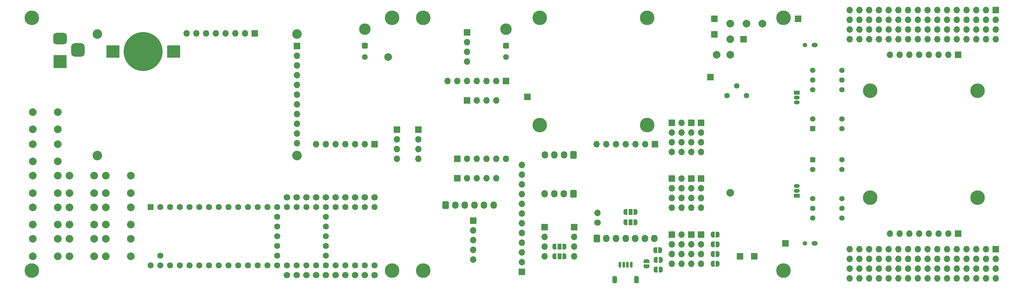
<source format=gbr>
%TF.GenerationSoftware,KiCad,Pcbnew,6.0.2+dfsg-1*%
%TF.CreationDate,2023-07-10T21:47:24-06:00*%
%TF.ProjectId,SpectDrone,53706563-7444-4726-9f6e-652e6b696361,rev?*%
%TF.SameCoordinates,PXd18240cPY697af44*%
%TF.FileFunction,Soldermask,Top*%
%TF.FilePolarity,Negative*%
%FSLAX46Y46*%
G04 Gerber Fmt 4.6, Leading zero omitted, Abs format (unit mm)*
G04 Created by KiCad (PCBNEW 6.0.2+dfsg-1) date 2023-07-10 21:47:24*
%MOMM*%
%LPD*%
G01*
G04 APERTURE LIST*
G04 Aperture macros list*
%AMRoundRect*
0 Rectangle with rounded corners*
0 $1 Rounding radius*
0 $2 $3 $4 $5 $6 $7 $8 $9 X,Y pos of 4 corners*
0 Add a 4 corners polygon primitive as box body*
4,1,4,$2,$3,$4,$5,$6,$7,$8,$9,$2,$3,0*
0 Add four circle primitives for the rounded corners*
1,1,$1+$1,$2,$3*
1,1,$1+$1,$4,$5*
1,1,$1+$1,$6,$7*
1,1,$1+$1,$8,$9*
0 Add four rect primitives between the rounded corners*
20,1,$1+$1,$2,$3,$4,$5,0*
20,1,$1+$1,$4,$5,$6,$7,0*
20,1,$1+$1,$6,$7,$8,$9,0*
20,1,$1+$1,$8,$9,$2,$3,0*%
%AMFreePoly0*
4,1,22,0.500000,-0.750000,0.000000,-0.750000,0.000000,-0.745033,-0.079941,-0.743568,-0.215256,-0.701293,-0.333266,-0.622738,-0.424486,-0.514219,-0.481581,-0.384460,-0.499164,-0.250000,-0.500000,-0.250000,-0.500000,0.250000,-0.499164,0.250000,-0.499963,0.256109,-0.478152,0.396186,-0.417904,0.524511,-0.324060,0.630769,-0.204165,0.706417,-0.067858,0.745374,0.000000,0.744959,0.000000,0.750000,
0.500000,0.750000,0.500000,-0.750000,0.500000,-0.750000,$1*%
%AMFreePoly1*
4,1,20,0.000000,0.744959,0.073905,0.744508,0.209726,0.703889,0.328688,0.626782,0.421226,0.519385,0.479903,0.390333,0.500000,0.250000,0.500000,-0.250000,0.499851,-0.262216,0.476331,-0.402017,0.414519,-0.529596,0.319384,-0.634700,0.198574,-0.708877,0.061801,-0.746166,0.000000,-0.745033,0.000000,-0.750000,-0.500000,-0.750000,-0.500000,0.750000,0.000000,0.750000,0.000000,0.744959,
0.000000,0.744959,$1*%
%AMFreePoly2*
4,1,22,0.550000,-0.750000,0.000000,-0.750000,0.000000,-0.745033,-0.079941,-0.743568,-0.215256,-0.701293,-0.333266,-0.622738,-0.424486,-0.514219,-0.481581,-0.384460,-0.499164,-0.250000,-0.500000,-0.250000,-0.500000,0.250000,-0.499164,0.250000,-0.499963,0.256109,-0.478152,0.396186,-0.417904,0.524511,-0.324060,0.630769,-0.204165,0.706417,-0.067858,0.745374,0.000000,0.744959,0.000000,0.750000,
0.550000,0.750000,0.550000,-0.750000,0.550000,-0.750000,$1*%
%AMFreePoly3*
4,1,20,0.000000,0.744959,0.073905,0.744508,0.209726,0.703889,0.328688,0.626782,0.421226,0.519385,0.479903,0.390333,0.500000,0.250000,0.500000,-0.250000,0.499851,-0.262216,0.476331,-0.402017,0.414519,-0.529596,0.319384,-0.634700,0.198574,-0.708877,0.061801,-0.746166,0.000000,-0.745033,0.000000,-0.750000,-0.550000,-0.750000,-0.550000,0.750000,0.000000,0.750000,0.000000,0.744959,
0.000000,0.744959,$1*%
G04 Aperture macros list end*
%ADD10C,2.600000*%
%ADD11C,3.800000*%
%ADD12C,2.500000*%
%ADD13C,1.700000*%
%ADD14R,1.700000X1.700000*%
%ADD15O,1.700000X1.700000*%
%ADD16R,3.500000X3.300000*%
%ADD17C,10.200000*%
%ADD18RoundRect,0.249900X-0.450100X-0.450100X0.450100X-0.450100X0.450100X0.450100X-0.450100X0.450100X0*%
%ADD19C,1.400000*%
%ADD20FreePoly0,90.000000*%
%ADD21FreePoly1,90.000000*%
%ADD22RoundRect,0.150000X-0.150000X-0.625000X0.150000X-0.625000X0.150000X0.625000X-0.150000X0.625000X0*%
%ADD23RoundRect,0.250000X-0.350000X-0.650000X0.350000X-0.650000X0.350000X0.650000X-0.350000X0.650000X0*%
%ADD24FreePoly2,180.000000*%
%ADD25R,1.000000X1.500000*%
%ADD26FreePoly3,180.000000*%
%ADD27FreePoly0,180.000000*%
%ADD28FreePoly1,180.000000*%
%ADD29C,1.440000*%
%ADD30FreePoly2,0.000000*%
%ADD31FreePoly3,0.000000*%
%ADD32O,1.600000X1.200000*%
%ADD33O,1.200000X1.200000*%
%ADD34R,1.500000X1.050000*%
%ADD35O,1.500000X1.050000*%
%ADD36FreePoly0,0.000000*%
%ADD37FreePoly1,0.000000*%
%ADD38C,2.000000*%
%ADD39RoundRect,0.250000X0.600000X0.725000X-0.600000X0.725000X-0.600000X-0.725000X0.600000X-0.725000X0*%
%ADD40O,1.700000X1.950000*%
%ADD41C,1.600000*%
%ADD42R,1.600000X1.600000*%
%ADD43RoundRect,0.250000X-0.600000X-0.725000X0.600000X-0.725000X0.600000X0.725000X-0.600000X0.725000X0*%
%ADD44R,3.500000X3.500000*%
%ADD45RoundRect,0.750000X-1.000000X0.750000X-1.000000X-0.750000X1.000000X-0.750000X1.000000X0.750000X0*%
%ADD46RoundRect,0.875000X-0.875000X0.875000X-0.875000X-0.875000X0.875000X-0.875000X0.875000X0.875000X0*%
%ADD47C,3.000000*%
%ADD48RoundRect,0.250001X0.499999X0.499999X-0.499999X0.499999X-0.499999X-0.499999X0.499999X-0.499999X0*%
%ADD49C,1.500000*%
G04 APERTURE END LIST*
D10*
%TO.C,H8*%
X22677600Y13999800D03*
D11*
X22677600Y13999800D03*
%TD*%
D12*
%TO.C,H17*%
X-126905300Y28753000D03*
%TD*%
D13*
%TO.C,JRX8*%
X-109195900Y-34175900D03*
%TD*%
%TO.C,JA17*%
X-126975900Y-34175900D03*
%TD*%
D14*
%TO.C,J1-2*%
X-24003000Y-9016949D03*
D15*
X-24003000Y-11556949D03*
X-24003000Y-14096949D03*
X-24003000Y-16636949D03*
X-26503000Y-16636949D03*
X-26503000Y-14096949D03*
X-26503000Y-11556949D03*
X-26503000Y-9016949D03*
%TD*%
D16*
%TO.C,BT1*%
X-159080900Y24244100D03*
X-174880900Y24244100D03*
D17*
X-166980900Y24244100D03*
%TD*%
D18*
%TO.C,U2*%
X7620000Y-4064000D03*
D19*
X7620000Y-6604000D03*
X7620000Y-14224000D03*
X7620000Y-16764000D03*
X7620000Y-19304000D03*
X15240000Y-19304000D03*
X15240000Y-16764000D03*
X15240000Y-14224000D03*
X15240000Y-6604000D03*
X15240000Y-4064000D03*
%TD*%
D14*
%TO.C,JVIN1*%
X-10414000Y27432100D03*
%TD*%
D20*
%TO.C,JP8*%
X-35672000Y-31907000D03*
D21*
X-35672000Y-30607000D03*
%TD*%
D11*
%TO.C,H7*%
X50677600Y-14000200D03*
D10*
X50677600Y-14000200D03*
%TD*%
D13*
%TO.C,JRX7*%
X-116815900Y-13855900D03*
%TD*%
D11*
%TO.C,H14*%
X-196089300Y33020000D03*
D10*
X-196089300Y33020000D03*
%TD*%
D22*
%TO.C,J8*%
X-42649300Y-31528000D03*
X-41649300Y-31528000D03*
X-40649300Y-31528000D03*
X-39649300Y-31528000D03*
D23*
X-43949300Y-35403000D03*
X-38349300Y-35403000D03*
%TD*%
D24*
%TO.C,JP17*%
X-57121300Y-29337000D03*
D25*
X-58421300Y-29337000D03*
D26*
X-59721300Y-29337000D03*
%TD*%
D13*
%TO.C,JA16*%
X-124435900Y-34175900D03*
%TD*%
D14*
%TO.C,JAC1*%
X45552800Y-23398400D03*
D15*
X43012800Y-23398400D03*
X40472800Y-23398400D03*
X37932800Y-23398400D03*
X35392800Y-23398400D03*
X32852800Y-23398400D03*
X30312800Y-23398400D03*
X27772800Y-23398400D03*
%TD*%
D10*
%TO.C,H11*%
X-35560000Y5007100D03*
D11*
X-35560000Y5007100D03*
%TD*%
D10*
%TO.C,H4*%
X-93980000Y-33020000D03*
D11*
X-93980000Y-33020000D03*
%TD*%
D13*
%TO.C,J3V2*%
X-129515900Y-13855900D03*
%TD*%
D10*
%TO.C,H3*%
X-93980000Y33020000D03*
D11*
X-93980000Y33020000D03*
%TD*%
D14*
%TO.C,JAUX1*%
X-68199000Y-33337500D03*
D15*
X-68199000Y-30797500D03*
X-68199000Y-28257500D03*
X-68199000Y-25717500D03*
X-68199000Y-23177500D03*
X-68199000Y-20637500D03*
X-68199000Y-18097500D03*
X-68199000Y-15557500D03*
X-68199000Y-13017500D03*
X-68199000Y-10477500D03*
X-68199000Y-7937500D03*
X-68199000Y-5397500D03*
%TD*%
D13*
%TO.C,JA12*%
X-121895900Y-13855900D03*
%TD*%
D27*
%TO.C,JP4*%
X-17130000Y-31242000D03*
D28*
X-18430000Y-31242000D03*
%TD*%
D14*
%TO.C,JAPC1*%
X-29083446Y-9016949D03*
D15*
X-29083446Y-11556949D03*
X-29083446Y-14096949D03*
X-29083446Y-16636949D03*
%TD*%
D11*
%TO.C,H15*%
X-196057300Y-33020000D03*
D10*
X-196057300Y-33020000D03*
%TD*%
D14*
%TO.C,J3V3*%
X-66800000Y12380000D03*
%TD*%
%TO.C,J1-3*%
X-24003000Y-23621949D03*
D15*
X-24003000Y-26161949D03*
X-24003000Y-28701949D03*
X-24003000Y-31241949D03*
X-26503000Y-31241949D03*
X-26503000Y-28701949D03*
X-26503000Y-26161949D03*
X-26503000Y-23621949D03*
%TD*%
D13*
%TO.C,JRX3*%
X-111735900Y-13855900D03*
%TD*%
D24*
%TO.C,JP18*%
X-57121300Y-26797000D03*
D25*
X-58421300Y-26797000D03*
D26*
X-59721300Y-26797000D03*
%TD*%
D14*
%TO.C,J1-3-1*%
X-29083446Y-23621949D03*
D15*
X-29083446Y-26161949D03*
X-29083446Y-28701949D03*
X-29083446Y-31241949D03*
%TD*%
D10*
%TO.C,H9*%
X-63560000Y5007100D03*
D11*
X-63560000Y5007100D03*
%TD*%
D13*
%TO.C,CAN1*%
X-48489900Y-20459900D03*
D15*
X-48489900Y-17919900D03*
%TD*%
D11*
%TO.C,H6*%
X50677600Y13999800D03*
D10*
X50677600Y13999800D03*
%TD*%
%TO.C,H12*%
X-63560000Y33007100D03*
D11*
X-63560000Y33007100D03*
%TD*%
D10*
%TO.C,H13*%
X-102109300Y33020000D03*
D11*
X-102109300Y33020000D03*
%TD*%
D14*
%TO.C,JUT1*%
X-21463000Y-9016949D03*
D15*
X-21463000Y-11556949D03*
X-21463000Y-14096949D03*
X-21463000Y-16636949D03*
%TD*%
D13*
%TO.C,JTX3*%
X-109195900Y-13855900D03*
%TD*%
%TO.C,JA11*%
X-124435900Y-13855900D03*
%TD*%
D29*
%TO.C,RV1*%
X-9627900Y12687100D03*
X-12167900Y15227100D03*
X-14707900Y12687100D03*
%TD*%
D10*
%TO.C,H2*%
X0Y33020000D03*
D11*
X0Y33020000D03*
%TD*%
D30*
%TO.C,JP2*%
X-41153900Y-20407800D03*
D25*
X-39853900Y-20407800D03*
D31*
X-38553900Y-20407800D03*
%TD*%
D14*
%TO.C,JGPS1*%
X-80900000Y-20011000D03*
D15*
X-80900000Y-22551000D03*
X-80900000Y-25091000D03*
X-80900000Y-27631000D03*
X-80900000Y-30171000D03*
%TD*%
D32*
%TO.C,PD1*%
X8128000Y25908000D03*
D33*
X5588000Y25908000D03*
%TD*%
D14*
%TO.C,JA1*%
X-29083446Y5588051D03*
D15*
X-29083446Y3048051D03*
X-29083446Y508051D03*
X-29083446Y-2031949D03*
%TD*%
D13*
%TO.C,JTX8*%
X-111735900Y-34175900D03*
%TD*%
D27*
%TO.C,JP9*%
X-17130000Y-26162000D03*
D28*
X-18430000Y-26162000D03*
%TD*%
D34*
%TO.C,UT2*%
X3505200Y-13462000D03*
D35*
X3505200Y-12192000D03*
X3505200Y-10922000D03*
%TD*%
D10*
%TO.C,H10*%
X-35560000Y33007100D03*
D11*
X-35560000Y33007100D03*
%TD*%
D27*
%TO.C,JP3*%
X-17130000Y-23622000D03*
D28*
X-18430000Y-23622000D03*
%TD*%
D13*
%TO.C,JCK2*%
X-106655900Y-34175900D03*
%TD*%
%TO.C,JTX7*%
X-114275900Y-13855900D03*
%TD*%
D12*
%TO.C,H20*%
X-178905300Y28753000D03*
%TD*%
D14*
%TO.C,JD1*%
X-21463000Y5588051D03*
D15*
X-21463000Y3048051D03*
X-21463000Y508051D03*
X-21463000Y-2031949D03*
%TD*%
D13*
%TO.C,JSS1*%
X-119355900Y-34175900D03*
%TD*%
D12*
%TO.C,H18*%
X-126905300Y-2947000D03*
%TD*%
D30*
%TO.C,JP1*%
X-41153900Y-17740800D03*
D25*
X-39853900Y-17740800D03*
D31*
X-38553900Y-17740800D03*
%TD*%
D13*
%TO.C,JGND1*%
X-129515900Y-34175900D03*
%TD*%
D12*
%TO.C,H19*%
X-178905300Y-2947000D03*
%TD*%
D36*
%TO.C,JP7*%
X-33290300Y-30226000D03*
D37*
X-31990300Y-30226000D03*
%TD*%
D13*
%TO.C,JSS2*%
X-116815900Y-34175900D03*
%TD*%
%TO.C,JA13*%
X-119355900Y-13855900D03*
%TD*%
D10*
%TO.C,H5*%
X22677600Y-14000200D03*
D11*
X22677600Y-14000200D03*
%TD*%
D27*
%TO.C,JP10*%
X-17130000Y-28702000D03*
D28*
X-18430000Y-28702000D03*
%TD*%
D10*
%TO.C,H1*%
X0Y-33020000D03*
D11*
X0Y-33020000D03*
%TD*%
%TO.C,H16*%
X-102109300Y-33020000D03*
D10*
X-102109300Y-33020000D03*
%TD*%
D14*
%TO.C,J1-1*%
X-24004300Y5588000D03*
D15*
X-24004300Y3048000D03*
X-24004300Y508000D03*
X-24004300Y-2032000D03*
X-26504300Y-2032000D03*
X-26504300Y508000D03*
X-26504300Y3048000D03*
X-26504300Y5588000D03*
%TD*%
D13*
%TO.C,JSS3*%
X-114275900Y-34175900D03*
%TD*%
%TO.C,JOUT1*%
X-106655900Y-13855900D03*
%TD*%
D14*
%TO.C,J1-3-2*%
X-21463000Y-23621949D03*
D15*
X-21463000Y-26161949D03*
X-21463000Y-28701949D03*
X-21463000Y-31241949D03*
%TD*%
D13*
%TO.C,JA10*%
X-126975900Y-13855900D03*
%TD*%
D36*
%TO.C,JP5*%
X-33416000Y-27686000D03*
D37*
X-32116000Y-27686000D03*
%TD*%
D38*
%TO.C,TP4*%
X-103086300Y22733000D03*
%TD*%
D13*
%TO.C,JMISO1*%
X-121895900Y-34175900D03*
%TD*%
D36*
%TO.C,JP6*%
X-33289000Y-32766000D03*
D37*
X-31989000Y-32766000D03*
%TD*%
D38*
%TO.C,SW5*%
X-179764300Y-16510000D03*
X-186264300Y-16510000D03*
X-186264300Y-21010000D03*
X-179764300Y-21010000D03*
%TD*%
%TO.C,SW0*%
X-195796300Y0D03*
X-189296300Y0D03*
X-195796300Y-4500000D03*
X-189296300Y-4500000D03*
%TD*%
D14*
%TO.C,J7*%
X55372000Y-27432000D03*
D15*
X52832000Y-27432000D03*
X50292000Y-27432000D03*
X47752000Y-27432000D03*
X45212000Y-27432000D03*
X42672000Y-27432000D03*
X40132000Y-27432000D03*
X37592000Y-27432000D03*
X35052000Y-27432000D03*
X32512000Y-27432000D03*
X29972000Y-27432000D03*
X27432000Y-27432000D03*
X24892000Y-27432000D03*
X22352000Y-27432000D03*
X19812000Y-27432000D03*
X17272000Y-27432000D03*
X55372000Y-29972000D03*
X52832000Y-29972000D03*
X50292000Y-29972000D03*
X47752000Y-29972000D03*
X45212000Y-29972000D03*
X42672000Y-29972000D03*
X40132000Y-29972000D03*
X37592000Y-29972000D03*
X35052000Y-29972000D03*
X32512000Y-29972000D03*
X29972000Y-29972000D03*
X27432000Y-29972000D03*
X24892000Y-29972000D03*
X22352000Y-29972000D03*
X19812000Y-29972000D03*
X17272000Y-29972000D03*
X55372000Y-32512000D03*
X52832000Y-32512000D03*
X50292000Y-32512000D03*
X47752000Y-32512000D03*
X45212000Y-32512000D03*
X42672000Y-32512000D03*
X40132000Y-32512000D03*
X37592000Y-32512000D03*
X35052000Y-32512000D03*
X32512000Y-32512000D03*
X29972000Y-32512000D03*
X27432000Y-32512000D03*
X24892000Y-32512000D03*
X22352000Y-32512000D03*
X19812000Y-32512000D03*
X17272000Y-32512000D03*
X55372000Y-35052000D03*
X52832000Y-35052000D03*
X50292000Y-35052000D03*
X47752000Y-35052000D03*
X45212000Y-35052000D03*
X42672000Y-35052000D03*
X40132000Y-35052000D03*
X37592000Y-35052000D03*
X35052000Y-35052000D03*
X32512000Y-35052000D03*
X29972000Y-35052000D03*
X27432000Y-35052000D03*
X24892000Y-35052000D03*
X22352000Y-35052000D03*
X19812000Y-35052000D03*
X17272000Y-35052000D03*
%TD*%
D38*
%TO.C,SW2*%
X-186264300Y-8255000D03*
X-179764300Y-8255000D03*
X-179764300Y-12755000D03*
X-186264300Y-12755000D03*
%TD*%
D14*
%TO.C,J5-1*%
X-85090000Y-3810000D03*
D15*
X-82550000Y-3810000D03*
X-80010000Y-3810000D03*
X-77470000Y-3810000D03*
X-74930000Y-3810000D03*
X-72390000Y-3810000D03*
%TD*%
D14*
%TO.C,J3V1-1*%
X-19051300Y17526000D03*
%TD*%
D38*
%TO.C,SW9*%
X-189289300Y-24765000D03*
X-195789300Y-24765000D03*
X-189289300Y-29265000D03*
X-195789300Y-29265000D03*
%TD*%
%TO.C,TP1*%
X-13843000Y31496000D03*
%TD*%
D14*
%TO.C,JAPC-1*%
X-33528000Y-12900D03*
D15*
X-36068000Y-12900D03*
X-38608000Y-12900D03*
X-41148000Y-12900D03*
X-43688000Y-12900D03*
X-46228000Y-12900D03*
X-48768000Y-12900D03*
%TD*%
D14*
%TO.C,J5V3-1*%
X-18035300Y32766000D03*
%TD*%
%TO.C,JI2C3v-1*%
X-54610000Y-21711600D03*
D15*
X-54610000Y-24251600D03*
X-54610000Y-26791600D03*
X-54610000Y-29331600D03*
%TD*%
D38*
%TO.C,TP5v0-1*%
X-17400300Y23368000D03*
%TD*%
D34*
%TO.C,UT1*%
X3505200Y13462000D03*
D35*
X3505200Y12192000D03*
X3505200Y10922000D03*
%TD*%
D39*
%TO.C,JCAM2*%
X-54737000Y-12954000D03*
D40*
X-57237000Y-12954000D03*
X-59737000Y-12954000D03*
X-62237000Y-12954000D03*
%TD*%
D38*
%TO.C,TP2*%
X-9653300Y31496000D03*
%TD*%
D14*
%TO.C,J3V0-1*%
X-7620000Y-29337000D03*
%TD*%
D41*
%TO.C,U7*%
X-132055900Y-18935900D03*
X-132055900Y-21475900D03*
X-132055900Y-24015900D03*
X-132055900Y-26555900D03*
X-132055900Y-29095900D03*
D42*
X-165075900Y-16395900D03*
D41*
X-162535900Y-16395900D03*
X-159995900Y-16395900D03*
X-157455900Y-16395900D03*
X-154915900Y-16395900D03*
X-152375900Y-16395900D03*
X-149835900Y-16395900D03*
X-147295900Y-16395900D03*
X-144755900Y-16395900D03*
X-142215900Y-16395900D03*
X-139675900Y-16395900D03*
X-137135900Y-16395900D03*
X-134595900Y-16395900D03*
X-132055900Y-16395900D03*
X-129515900Y-16395900D03*
X-126975900Y-16395900D03*
X-124435900Y-16395900D03*
X-121895900Y-16395900D03*
X-119355900Y-16395900D03*
X-116815900Y-16395900D03*
X-114275900Y-16395900D03*
X-111735900Y-16395900D03*
X-109195900Y-16395900D03*
X-106655900Y-16395900D03*
X-106655900Y-31635900D03*
X-109195900Y-31635900D03*
X-111735900Y-31635900D03*
X-114275900Y-31635900D03*
X-116815900Y-31635900D03*
X-119355900Y-31635900D03*
X-121895900Y-31635900D03*
X-124435900Y-31635900D03*
X-126975900Y-31635900D03*
X-129515900Y-31635900D03*
X-132055900Y-31635900D03*
X-134595900Y-31635900D03*
X-137135900Y-31635900D03*
X-139675900Y-31635900D03*
X-142215900Y-31635900D03*
X-144755900Y-31635900D03*
X-147295900Y-31635900D03*
X-149835900Y-31635900D03*
X-152375900Y-31635900D03*
X-154915900Y-31635900D03*
X-157455900Y-31635900D03*
X-159995900Y-31635900D03*
X-162535900Y-31635900D03*
X-165075900Y-31635900D03*
X-162535900Y-29095900D03*
X-119355900Y-18935900D03*
X-119355900Y-21475900D03*
X-119355900Y-24015900D03*
X-119355900Y-26555900D03*
X-119355900Y-29095900D03*
%TD*%
D38*
%TO.C,SW7*%
X-170246300Y-24765000D03*
X-176746300Y-24765000D03*
X-170246300Y-29265000D03*
X-176746300Y-29265000D03*
%TD*%
D18*
%TO.C,U1*%
X7620000Y4064000D03*
D19*
X7620000Y6604000D03*
X7620000Y14224000D03*
X7620000Y16764000D03*
X7620000Y19304000D03*
X15240000Y19304000D03*
X15240000Y16764000D03*
X15240000Y14224000D03*
X15240000Y6604000D03*
X15240000Y4064000D03*
%TD*%
D38*
%TO.C,SW1*%
X-170239300Y-8255000D03*
X-176739300Y-8255000D03*
X-176739300Y-12755000D03*
X-170239300Y-12755000D03*
%TD*%
D14*
%TO.C,J4*%
X-72390000Y16510000D03*
D15*
X-74930000Y16510000D03*
X-77470000Y16510000D03*
X-80010000Y16510000D03*
X-82550000Y16510000D03*
X-85090000Y16510000D03*
X-87630000Y16510000D03*
%TD*%
D43*
%TO.C,JALT1*%
X-48648000Y-24645500D03*
D40*
X-46148000Y-24645500D03*
X-43648000Y-24645500D03*
X-41148000Y-24645500D03*
X-38648000Y-24645500D03*
X-36148000Y-24645500D03*
X-33648000Y-24645500D03*
%TD*%
D38*
%TO.C,TP3*%
X-5462300Y31496000D03*
%TD*%
%TO.C,SW8*%
X-179764300Y-24765000D03*
X-186264300Y-24765000D03*
X-179764300Y-29265000D03*
X-186264300Y-29265000D03*
%TD*%
D44*
%TO.C,J3*%
X-188684300Y21590000D03*
D45*
X-188684300Y27590000D03*
D46*
X-183984300Y24590000D03*
%TD*%
D38*
%TO.C,TPv1-1*%
X-13835900Y23400000D03*
%TD*%
D14*
%TO.C,JIR1*%
X-82550000Y29210000D03*
D15*
X-82550000Y26670000D03*
X-82550000Y24130000D03*
X-82550000Y21590000D03*
%TD*%
D14*
%TO.C,JIF1*%
X-95250000Y3810000D03*
D15*
X-95250000Y1270000D03*
X-95250000Y-1270000D03*
X-95250000Y-3810000D03*
%TD*%
D38*
%TO.C,SW10*%
X-189296300Y8382000D03*
X-195796300Y8382000D03*
X-195796300Y3882000D03*
X-189296300Y3882000D03*
%TD*%
D14*
%TO.C,JDIS2*%
X-126905300Y25603000D03*
D15*
X-126905300Y23063000D03*
X-126905300Y20523000D03*
X-126905300Y17983000D03*
X-126905300Y15443000D03*
X-126905300Y12903000D03*
X-126905300Y10363000D03*
X-126905300Y7823000D03*
X-126905300Y5283000D03*
X-126905300Y2743000D03*
X-126905300Y203000D03*
%TD*%
D14*
%TO.C,J5V3-2*%
X-11303000Y-29337000D03*
%TD*%
%TO.C,JI2C1*%
X-62254000Y-21711600D03*
D15*
X-62254000Y-24251600D03*
X-62254000Y-26791600D03*
X-62254000Y-29331600D03*
%TD*%
D39*
%TO.C,JCAM1*%
X-54730000Y-2794000D03*
D40*
X-57230000Y-2794000D03*
X-59730000Y-2794000D03*
X-62230000Y-2794000D03*
%TD*%
D14*
%TO.C,JGND1-1*%
X3810000Y32766000D03*
%TD*%
D43*
%TO.C,JGPS3*%
X-88098000Y-15887900D03*
D40*
X-85598000Y-15887900D03*
X-83098000Y-15887900D03*
X-80598000Y-15887900D03*
X-78098000Y-15887900D03*
X-75598000Y-15887900D03*
%TD*%
D38*
%TO.C,SW6*%
X-189296300Y-16510000D03*
X-195796300Y-16510000D03*
X-195796300Y-21010000D03*
X-189296300Y-21010000D03*
%TD*%
D47*
%TO.C,JBAT2*%
X-109189300Y30048000D03*
D48*
X-109189300Y25728000D03*
D49*
X-109189300Y22728000D03*
%TD*%
D38*
%TO.C,SW3*%
X-189296300Y-8255000D03*
X-195796300Y-8255000D03*
X-195796300Y-12755000D03*
X-189296300Y-12755000D03*
%TD*%
D14*
%TO.C,J5-2*%
X-82550000Y11430000D03*
D15*
X-80010000Y11430000D03*
X-77470000Y11430000D03*
X-74930000Y11430000D03*
%TD*%
D14*
%TO.C,JGPS2*%
X-85090000Y-8890000D03*
D15*
X-82550000Y-8890000D03*
X-80010000Y-8890000D03*
X-77470000Y-8890000D03*
X-74930000Y-8890000D03*
%TD*%
D14*
%TO.C,JAPC-2*%
X-106649300Y-12900D03*
D15*
X-109189300Y-12900D03*
X-111729300Y-12900D03*
X-114269300Y-12900D03*
X-116809300Y-12900D03*
X-119349300Y-12900D03*
X-121889300Y-12900D03*
%TD*%
D38*
%TO.C,SW4*%
X-176739300Y-16510000D03*
X-170239300Y-16510000D03*
X-176739300Y-21010000D03*
X-170239300Y-21010000D03*
%TD*%
D14*
%TO.C,JGND1-2*%
X508000Y-25908000D03*
%TD*%
%TO.C,JAC2*%
X45552700Y23398000D03*
D15*
X43012700Y23398000D03*
X40472700Y23398000D03*
X37932700Y23398000D03*
X35392700Y23398000D03*
X32852700Y23398000D03*
X30312700Y23398000D03*
X27772700Y23398000D03*
%TD*%
D38*
%TO.C,TPv1-2*%
X-13835900Y-12715000D03*
%TD*%
D14*
%TO.C,JVIN1-1*%
X-18035300Y28702000D03*
%TD*%
%TO.C,JDIS1*%
X-137894300Y28917000D03*
D15*
X-140434300Y28917000D03*
X-142974300Y28917000D03*
X-145514300Y28917000D03*
X-148054300Y28917000D03*
X-150594300Y28917000D03*
X-153134300Y28917000D03*
X-155674300Y28917000D03*
%TD*%
D14*
%TO.C,JIF2*%
X-100838000Y3810000D03*
D15*
X-100838000Y1270000D03*
X-100838000Y-1270000D03*
X-100838000Y-3810000D03*
%TD*%
D47*
%TO.C,JBAT1*%
X-72390000Y30050000D03*
D48*
X-72390000Y25730000D03*
D49*
X-72390000Y22730000D03*
%TD*%
D38*
%TO.C,TP5*%
X-13843000Y27432000D03*
%TD*%
D32*
%TO.C,PD2*%
X8128000Y-25908000D03*
D33*
X5588000Y-25908000D03*
%TD*%
D14*
%TO.C,J6*%
X55372000Y35052000D03*
D15*
X52832000Y35052000D03*
X50292000Y35052000D03*
X47752000Y35052000D03*
X45212000Y35052000D03*
X42672000Y35052000D03*
X40132000Y35052000D03*
X37592000Y35052000D03*
X35052000Y35052000D03*
X32512000Y35052000D03*
X29972000Y35052000D03*
X27432000Y35052000D03*
X24892000Y35052000D03*
X22352000Y35052000D03*
X19812000Y35052000D03*
X17272000Y35052000D03*
X55372000Y32512000D03*
X52832000Y32512000D03*
X50292000Y32512000D03*
X47752000Y32512000D03*
X45212000Y32512000D03*
X42672000Y32512000D03*
X40132000Y32512000D03*
X37592000Y32512000D03*
X35052000Y32512000D03*
X32512000Y32512000D03*
X29972000Y32512000D03*
X27432000Y32512000D03*
X24892000Y32512000D03*
X22352000Y32512000D03*
X19812000Y32512000D03*
X17272000Y32512000D03*
X55372000Y29972000D03*
X52832000Y29972000D03*
X50292000Y29972000D03*
X47752000Y29972000D03*
X45212000Y29972000D03*
X42672000Y29972000D03*
X40132000Y29972000D03*
X37592000Y29972000D03*
X35052000Y29972000D03*
X32512000Y29972000D03*
X29972000Y29972000D03*
X27432000Y29972000D03*
X24892000Y29972000D03*
X22352000Y29972000D03*
X19812000Y29972000D03*
X17272000Y29972000D03*
X55372000Y27432000D03*
X52832000Y27432000D03*
X50292000Y27432000D03*
X47752000Y27432000D03*
X45212000Y27432000D03*
X42672000Y27432000D03*
X40132000Y27432000D03*
X37592000Y27432000D03*
X35052000Y27432000D03*
X32512000Y27432000D03*
X29972000Y27432000D03*
X27432000Y27432000D03*
X24892000Y27432000D03*
X22352000Y27432000D03*
X19812000Y27432000D03*
X17272000Y27432000D03*
%TD*%
M02*

</source>
